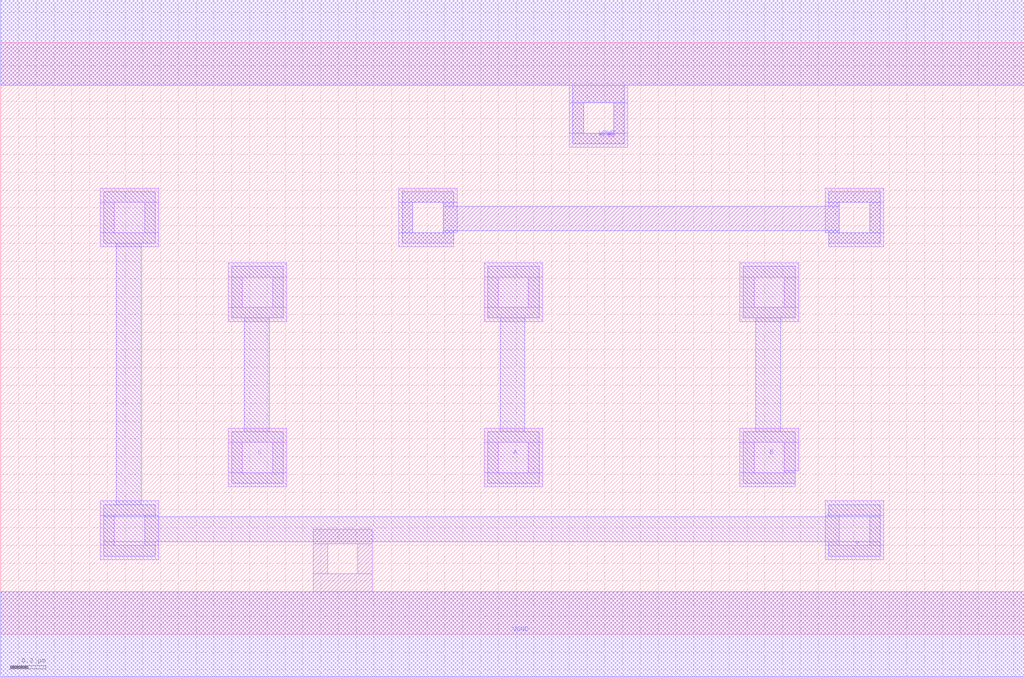
<source format=lef>
VERSION 5.7 ;
  NOWIREEXTENSIONATPIN ON ;
  DIVIDERCHAR "/" ;
  BUSBITCHARS "[]" ;
MACRO AOI21X1
  CLASS CORE ;
  FOREIGN AOI21X1 ;
  ORIGIN 0.000 0.000 ;
  SIZE 5.760 BY 3.330 ;
  SYMMETRY X Y R90 ;
  SITE unit ;
  PIN VPWR
    DIRECTION INOUT ;
    USE POWER ;
    SHAPE ABUTMENT ;
    PORT
      LAYER met1 ;
        RECT 0.000 3.090 5.760 3.570 ;
        RECT 3.220 2.990 3.510 3.090 ;
        RECT 3.220 2.820 3.280 2.990 ;
        RECT 3.450 2.820 3.510 2.990 ;
        RECT 3.220 2.760 3.510 2.820 ;
    END
    PORT
      LAYER li1 ;
        RECT 0.000 3.090 5.760 3.570 ;
        RECT 3.200 2.990 3.530 3.090 ;
        RECT 3.200 2.820 3.280 2.990 ;
        RECT 3.450 2.820 3.530 2.990 ;
        RECT 3.200 2.740 3.530 2.820 ;
    END
  END VPWR
  PIN VGND
    DIRECTION INOUT ;
    USE GROUND ;
    SHAPE ABUTMENT ;
    PORT
      LAYER met1 ;
        RECT 0.000 -0.240 5.760 0.240 ;
    END
    PORT
      LAYER li1 ;
        RECT 1.760 0.510 2.090 0.590 ;
        RECT 1.760 0.340 1.840 0.510 ;
        RECT 2.010 0.340 2.090 0.510 ;
        RECT 1.760 0.240 2.090 0.340 ;
        RECT 0.000 -0.240 5.760 0.240 ;
    END
  END VGND
  PIN Y
    DIRECTION INOUT ;
    USE SIGNAL ;
    SHAPE ABUTMENT ;
    PORT
      LAYER met1 ;
        RECT 0.580 2.200 0.870 2.490 ;
        RECT 0.650 0.730 0.790 2.200 ;
        RECT 0.580 0.660 0.870 0.730 ;
        RECT 4.660 0.660 4.950 0.730 ;
        RECT 0.580 0.520 4.950 0.660 ;
        RECT 0.580 0.440 0.870 0.520 ;
        RECT 4.660 0.440 4.950 0.520 ;
    END
  END Y
  PIN A
    DIRECTION INOUT ;
    USE SIGNAL ;
    SHAPE ABUTMENT ;
    PORT
      LAYER met1 ;
        RECT 2.740 1.780 3.030 2.070 ;
        RECT 2.810 1.140 2.950 1.780 ;
        RECT 2.740 0.850 3.030 1.140 ;
    END
  END A
  PIN C
    DIRECTION INOUT ;
    USE SIGNAL ;
    SHAPE ABUTMENT ;
    PORT
      LAYER met1 ;
        RECT 1.300 1.780 1.590 2.070 ;
        RECT 1.370 1.140 1.510 1.780 ;
        RECT 1.300 0.850 1.590 1.140 ;
    END
  END C
  PIN B
    DIRECTION INOUT ;
    USE SIGNAL ;
    SHAPE ABUTMENT ;
    PORT
      LAYER met1 ;
        RECT 4.180 1.780 4.470 2.070 ;
        RECT 4.250 1.140 4.390 1.780 ;
        RECT 4.180 0.850 4.470 1.140 ;
    END
  END B
  OBS
      LAYER li1 ;
        RECT 0.560 2.430 0.890 2.510 ;
        RECT 0.560 2.260 0.640 2.430 ;
        RECT 0.810 2.260 0.890 2.430 ;
        RECT 0.560 2.180 0.890 2.260 ;
        RECT 2.240 2.430 2.570 2.510 ;
        RECT 2.240 2.260 2.320 2.430 ;
        RECT 2.490 2.260 2.570 2.430 ;
        RECT 4.640 2.430 4.970 2.510 ;
        RECT 4.640 2.260 4.720 2.430 ;
        RECT 4.890 2.260 4.970 2.430 ;
        RECT 2.240 2.180 2.550 2.260 ;
        RECT 4.660 2.180 4.970 2.260 ;
        RECT 1.280 2.010 1.610 2.090 ;
        RECT 1.280 1.840 1.360 2.010 ;
        RECT 1.530 1.840 1.610 2.010 ;
        RECT 1.280 1.760 1.610 1.840 ;
        RECT 2.720 2.010 3.050 2.090 ;
        RECT 2.720 1.840 2.800 2.010 ;
        RECT 2.970 1.840 3.050 2.010 ;
        RECT 2.720 1.760 3.050 1.840 ;
        RECT 4.160 2.010 4.490 2.090 ;
        RECT 4.160 1.840 4.240 2.010 ;
        RECT 4.410 1.840 4.490 2.010 ;
        RECT 4.160 1.760 4.490 1.840 ;
        RECT 1.280 1.080 1.610 1.160 ;
        RECT 1.280 0.910 1.360 1.080 ;
        RECT 1.530 0.910 1.610 1.080 ;
        RECT 1.280 0.830 1.610 0.910 ;
        RECT 2.720 1.080 3.050 1.160 ;
        RECT 2.720 0.910 2.800 1.080 ;
        RECT 2.970 0.910 3.050 1.080 ;
        RECT 2.720 0.830 3.050 0.910 ;
        RECT 4.160 1.080 4.490 1.160 ;
        RECT 4.160 0.910 4.240 1.080 ;
        RECT 4.410 0.920 4.490 1.080 ;
        RECT 4.410 0.910 4.470 0.920 ;
        RECT 4.160 0.830 4.470 0.910 ;
        RECT 0.560 0.670 0.890 0.750 ;
        RECT 0.560 0.500 0.640 0.670 ;
        RECT 0.810 0.500 0.890 0.670 ;
        RECT 0.560 0.420 0.890 0.500 ;
        RECT 4.640 0.670 4.970 0.750 ;
        RECT 4.640 0.500 4.720 0.670 ;
        RECT 4.890 0.500 4.970 0.670 ;
        RECT 4.640 0.420 4.970 0.500 ;
      LAYER met1 ;
        RECT 2.260 2.430 2.550 2.490 ;
        RECT 2.260 2.260 2.320 2.430 ;
        RECT 2.490 2.410 2.550 2.430 ;
        RECT 4.660 2.430 4.950 2.490 ;
        RECT 4.660 2.410 4.720 2.430 ;
        RECT 2.490 2.270 4.720 2.410 ;
        RECT 2.490 2.260 2.550 2.270 ;
        RECT 2.260 2.200 2.550 2.260 ;
        RECT 4.660 2.260 4.720 2.270 ;
        RECT 4.890 2.260 4.950 2.430 ;
        RECT 4.660 2.200 4.950 2.260 ;
  END
END AOI21X1
END LIBRARY


</source>
